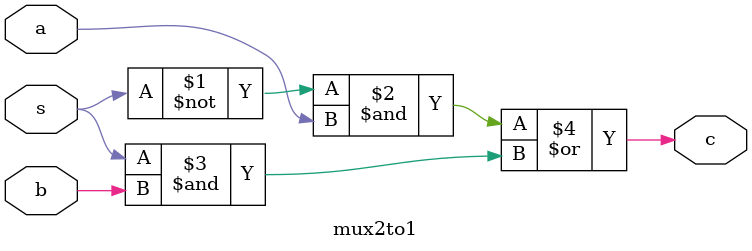
<source format=v>
module mux2to1 (a,b,s,c);
  input a,b,s;
  output c;
  assign c=~s&a|s&b;
endmodule

</source>
